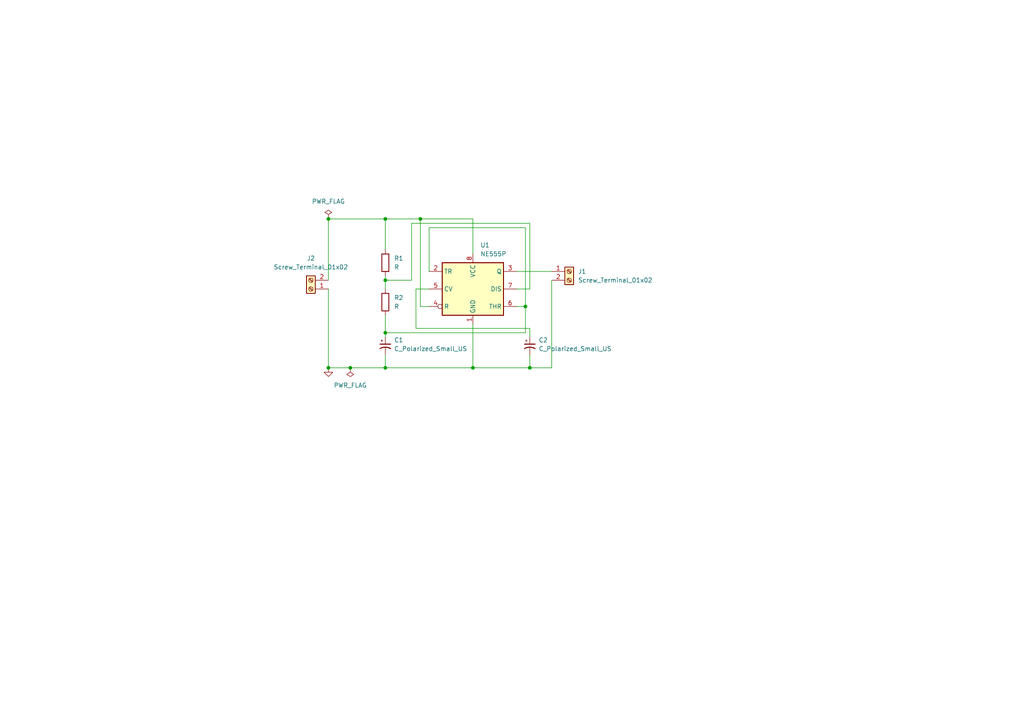
<source format=kicad_sch>
(kicad_sch
	(version 20250114)
	(generator "eeschema")
	(generator_version "9.0")
	(uuid "709390b4-3d8d-4dfa-a2a1-0a52bb017ff2")
	(paper "A4")
	(lib_symbols
		(symbol "Connector:Screw_Terminal_01x02"
			(pin_names
				(offset 1.016)
				(hide yes)
			)
			(exclude_from_sim no)
			(in_bom yes)
			(on_board yes)
			(property "Reference" "J"
				(at 0 2.54 0)
				(effects
					(font
						(size 1.27 1.27)
					)
				)
			)
			(property "Value" "Screw_Terminal_01x02"
				(at 0 -5.08 0)
				(effects
					(font
						(size 1.27 1.27)
					)
				)
			)
			(property "Footprint" ""
				(at 0 0 0)
				(effects
					(font
						(size 1.27 1.27)
					)
					(hide yes)
				)
			)
			(property "Datasheet" "~"
				(at 0 0 0)
				(effects
					(font
						(size 1.27 1.27)
					)
					(hide yes)
				)
			)
			(property "Description" "Generic screw terminal, single row, 01x02, script generated (kicad-library-utils/schlib/autogen/connector/)"
				(at 0 0 0)
				(effects
					(font
						(size 1.27 1.27)
					)
					(hide yes)
				)
			)
			(property "ki_keywords" "screw terminal"
				(at 0 0 0)
				(effects
					(font
						(size 1.27 1.27)
					)
					(hide yes)
				)
			)
			(property "ki_fp_filters" "TerminalBlock*:*"
				(at 0 0 0)
				(effects
					(font
						(size 1.27 1.27)
					)
					(hide yes)
				)
			)
			(symbol "Screw_Terminal_01x02_1_1"
				(rectangle
					(start -1.27 1.27)
					(end 1.27 -3.81)
					(stroke
						(width 0.254)
						(type default)
					)
					(fill
						(type background)
					)
				)
				(polyline
					(pts
						(xy -0.5334 0.3302) (xy 0.3302 -0.508)
					)
					(stroke
						(width 0.1524)
						(type default)
					)
					(fill
						(type none)
					)
				)
				(polyline
					(pts
						(xy -0.5334 -2.2098) (xy 0.3302 -3.048)
					)
					(stroke
						(width 0.1524)
						(type default)
					)
					(fill
						(type none)
					)
				)
				(polyline
					(pts
						(xy -0.3556 0.508) (xy 0.508 -0.3302)
					)
					(stroke
						(width 0.1524)
						(type default)
					)
					(fill
						(type none)
					)
				)
				(polyline
					(pts
						(xy -0.3556 -2.032) (xy 0.508 -2.8702)
					)
					(stroke
						(width 0.1524)
						(type default)
					)
					(fill
						(type none)
					)
				)
				(circle
					(center 0 0)
					(radius 0.635)
					(stroke
						(width 0.1524)
						(type default)
					)
					(fill
						(type none)
					)
				)
				(circle
					(center 0 -2.54)
					(radius 0.635)
					(stroke
						(width 0.1524)
						(type default)
					)
					(fill
						(type none)
					)
				)
				(pin passive line
					(at -5.08 0 0)
					(length 3.81)
					(name "Pin_1"
						(effects
							(font
								(size 1.27 1.27)
							)
						)
					)
					(number "1"
						(effects
							(font
								(size 1.27 1.27)
							)
						)
					)
				)
				(pin passive line
					(at -5.08 -2.54 0)
					(length 3.81)
					(name "Pin_2"
						(effects
							(font
								(size 1.27 1.27)
							)
						)
					)
					(number "2"
						(effects
							(font
								(size 1.27 1.27)
							)
						)
					)
				)
			)
			(embedded_fonts no)
		)
		(symbol "Device:C_Polarized_Small_US"
			(pin_numbers
				(hide yes)
			)
			(pin_names
				(offset 0.254)
				(hide yes)
			)
			(exclude_from_sim no)
			(in_bom yes)
			(on_board yes)
			(property "Reference" "C"
				(at 0.254 1.778 0)
				(effects
					(font
						(size 1.27 1.27)
					)
					(justify left)
				)
			)
			(property "Value" "C_Polarized_Small_US"
				(at 0.254 -2.032 0)
				(effects
					(font
						(size 1.27 1.27)
					)
					(justify left)
				)
			)
			(property "Footprint" ""
				(at 0 0 0)
				(effects
					(font
						(size 1.27 1.27)
					)
					(hide yes)
				)
			)
			(property "Datasheet" "~"
				(at 0 0 0)
				(effects
					(font
						(size 1.27 1.27)
					)
					(hide yes)
				)
			)
			(property "Description" "Polarized capacitor, small US symbol"
				(at 0 0 0)
				(effects
					(font
						(size 1.27 1.27)
					)
					(hide yes)
				)
			)
			(property "ki_keywords" "cap capacitor"
				(at 0 0 0)
				(effects
					(font
						(size 1.27 1.27)
					)
					(hide yes)
				)
			)
			(property "ki_fp_filters" "CP_*"
				(at 0 0 0)
				(effects
					(font
						(size 1.27 1.27)
					)
					(hide yes)
				)
			)
			(symbol "C_Polarized_Small_US_0_1"
				(polyline
					(pts
						(xy -1.524 0.508) (xy 1.524 0.508)
					)
					(stroke
						(width 0.3048)
						(type default)
					)
					(fill
						(type none)
					)
				)
				(polyline
					(pts
						(xy -1.27 1.524) (xy -0.762 1.524)
					)
					(stroke
						(width 0)
						(type default)
					)
					(fill
						(type none)
					)
				)
				(polyline
					(pts
						(xy -1.016 1.27) (xy -1.016 1.778)
					)
					(stroke
						(width 0)
						(type default)
					)
					(fill
						(type none)
					)
				)
				(arc
					(start -1.524 -0.762)
					(mid 0 -0.3734)
					(end 1.524 -0.762)
					(stroke
						(width 0.3048)
						(type default)
					)
					(fill
						(type none)
					)
				)
			)
			(symbol "C_Polarized_Small_US_1_1"
				(pin passive line
					(at 0 2.54 270)
					(length 2.032)
					(name "~"
						(effects
							(font
								(size 1.27 1.27)
							)
						)
					)
					(number "1"
						(effects
							(font
								(size 1.27 1.27)
							)
						)
					)
				)
				(pin passive line
					(at 0 -2.54 90)
					(length 2.032)
					(name "~"
						(effects
							(font
								(size 1.27 1.27)
							)
						)
					)
					(number "2"
						(effects
							(font
								(size 1.27 1.27)
							)
						)
					)
				)
			)
			(embedded_fonts no)
		)
		(symbol "Device:R"
			(pin_numbers
				(hide yes)
			)
			(pin_names
				(offset 0)
			)
			(exclude_from_sim no)
			(in_bom yes)
			(on_board yes)
			(property "Reference" "R"
				(at 2.032 0 90)
				(effects
					(font
						(size 1.27 1.27)
					)
				)
			)
			(property "Value" "R"
				(at 0 0 90)
				(effects
					(font
						(size 1.27 1.27)
					)
				)
			)
			(property "Footprint" ""
				(at -1.778 0 90)
				(effects
					(font
						(size 1.27 1.27)
					)
					(hide yes)
				)
			)
			(property "Datasheet" "~"
				(at 0 0 0)
				(effects
					(font
						(size 1.27 1.27)
					)
					(hide yes)
				)
			)
			(property "Description" "Resistor"
				(at 0 0 0)
				(effects
					(font
						(size 1.27 1.27)
					)
					(hide yes)
				)
			)
			(property "ki_keywords" "R res resistor"
				(at 0 0 0)
				(effects
					(font
						(size 1.27 1.27)
					)
					(hide yes)
				)
			)
			(property "ki_fp_filters" "R_*"
				(at 0 0 0)
				(effects
					(font
						(size 1.27 1.27)
					)
					(hide yes)
				)
			)
			(symbol "R_0_1"
				(rectangle
					(start -1.016 -2.54)
					(end 1.016 2.54)
					(stroke
						(width 0.254)
						(type default)
					)
					(fill
						(type none)
					)
				)
			)
			(symbol "R_1_1"
				(pin passive line
					(at 0 3.81 270)
					(length 1.27)
					(name "~"
						(effects
							(font
								(size 1.27 1.27)
							)
						)
					)
					(number "1"
						(effects
							(font
								(size 1.27 1.27)
							)
						)
					)
				)
				(pin passive line
					(at 0 -3.81 90)
					(length 1.27)
					(name "~"
						(effects
							(font
								(size 1.27 1.27)
							)
						)
					)
					(number "2"
						(effects
							(font
								(size 1.27 1.27)
							)
						)
					)
				)
			)
			(embedded_fonts no)
		)
		(symbol "Timer:NE555P"
			(exclude_from_sim no)
			(in_bom yes)
			(on_board yes)
			(property "Reference" "U"
				(at -10.16 8.89 0)
				(effects
					(font
						(size 1.27 1.27)
					)
					(justify left)
				)
			)
			(property "Value" "NE555P"
				(at 2.54 8.89 0)
				(effects
					(font
						(size 1.27 1.27)
					)
					(justify left)
				)
			)
			(property "Footprint" "Package_DIP:DIP-8_W7.62mm"
				(at 16.51 -10.16 0)
				(effects
					(font
						(size 1.27 1.27)
					)
					(hide yes)
				)
			)
			(property "Datasheet" "http://www.ti.com/lit/ds/symlink/ne555.pdf"
				(at 21.59 -10.16 0)
				(effects
					(font
						(size 1.27 1.27)
					)
					(hide yes)
				)
			)
			(property "Description" "Precision Timers, 555 compatible,  PDIP-8"
				(at 0 0 0)
				(effects
					(font
						(size 1.27 1.27)
					)
					(hide yes)
				)
			)
			(property "ki_keywords" "single timer 555"
				(at 0 0 0)
				(effects
					(font
						(size 1.27 1.27)
					)
					(hide yes)
				)
			)
			(property "ki_fp_filters" "DIP*W7.62mm*"
				(at 0 0 0)
				(effects
					(font
						(size 1.27 1.27)
					)
					(hide yes)
				)
			)
			(symbol "NE555P_0_0"
				(pin power_in line
					(at 0 10.16 270)
					(length 2.54)
					(name "VCC"
						(effects
							(font
								(size 1.27 1.27)
							)
						)
					)
					(number "8"
						(effects
							(font
								(size 1.27 1.27)
							)
						)
					)
				)
				(pin power_in line
					(at 0 -10.16 90)
					(length 2.54)
					(name "GND"
						(effects
							(font
								(size 1.27 1.27)
							)
						)
					)
					(number "1"
						(effects
							(font
								(size 1.27 1.27)
							)
						)
					)
				)
			)
			(symbol "NE555P_0_1"
				(rectangle
					(start -8.89 -7.62)
					(end 8.89 7.62)
					(stroke
						(width 0.254)
						(type default)
					)
					(fill
						(type background)
					)
				)
				(rectangle
					(start -8.89 -7.62)
					(end 8.89 7.62)
					(stroke
						(width 0.254)
						(type default)
					)
					(fill
						(type background)
					)
				)
			)
			(symbol "NE555P_1_1"
				(pin input line
					(at -12.7 5.08 0)
					(length 3.81)
					(name "TR"
						(effects
							(font
								(size 1.27 1.27)
							)
						)
					)
					(number "2"
						(effects
							(font
								(size 1.27 1.27)
							)
						)
					)
				)
				(pin input line
					(at -12.7 0 0)
					(length 3.81)
					(name "CV"
						(effects
							(font
								(size 1.27 1.27)
							)
						)
					)
					(number "5"
						(effects
							(font
								(size 1.27 1.27)
							)
						)
					)
				)
				(pin input inverted
					(at -12.7 -5.08 0)
					(length 3.81)
					(name "R"
						(effects
							(font
								(size 1.27 1.27)
							)
						)
					)
					(number "4"
						(effects
							(font
								(size 1.27 1.27)
							)
						)
					)
				)
				(pin output line
					(at 12.7 5.08 180)
					(length 3.81)
					(name "Q"
						(effects
							(font
								(size 1.27 1.27)
							)
						)
					)
					(number "3"
						(effects
							(font
								(size 1.27 1.27)
							)
						)
					)
				)
				(pin input line
					(at 12.7 0 180)
					(length 3.81)
					(name "DIS"
						(effects
							(font
								(size 1.27 1.27)
							)
						)
					)
					(number "7"
						(effects
							(font
								(size 1.27 1.27)
							)
						)
					)
				)
				(pin input line
					(at 12.7 -5.08 180)
					(length 3.81)
					(name "THR"
						(effects
							(font
								(size 1.27 1.27)
							)
						)
					)
					(number "6"
						(effects
							(font
								(size 1.27 1.27)
							)
						)
					)
				)
			)
			(embedded_fonts no)
		)
		(symbol "power:GND"
			(power)
			(pin_numbers
				(hide yes)
			)
			(pin_names
				(offset 0)
				(hide yes)
			)
			(exclude_from_sim no)
			(in_bom yes)
			(on_board yes)
			(property "Reference" "#PWR"
				(at 0 -6.35 0)
				(effects
					(font
						(size 1.27 1.27)
					)
					(hide yes)
				)
			)
			(property "Value" "GND"
				(at 0 -3.81 0)
				(effects
					(font
						(size 1.27 1.27)
					)
				)
			)
			(property "Footprint" ""
				(at 0 0 0)
				(effects
					(font
						(size 1.27 1.27)
					)
					(hide yes)
				)
			)
			(property "Datasheet" ""
				(at 0 0 0)
				(effects
					(font
						(size 1.27 1.27)
					)
					(hide yes)
				)
			)
			(property "Description" "Power symbol creates a global label with name \"GND\" , ground"
				(at 0 0 0)
				(effects
					(font
						(size 1.27 1.27)
					)
					(hide yes)
				)
			)
			(property "ki_keywords" "global power"
				(at 0 0 0)
				(effects
					(font
						(size 1.27 1.27)
					)
					(hide yes)
				)
			)
			(symbol "GND_0_1"
				(polyline
					(pts
						(xy 0 0) (xy 0 -1.27) (xy 1.27 -1.27) (xy 0 -2.54) (xy -1.27 -1.27) (xy 0 -1.27)
					)
					(stroke
						(width 0)
						(type default)
					)
					(fill
						(type none)
					)
				)
			)
			(symbol "GND_1_1"
				(pin power_in line
					(at 0 0 270)
					(length 0)
					(name "~"
						(effects
							(font
								(size 1.27 1.27)
							)
						)
					)
					(number "1"
						(effects
							(font
								(size 1.27 1.27)
							)
						)
					)
				)
			)
			(embedded_fonts no)
		)
		(symbol "power:PWR_FLAG"
			(power)
			(pin_numbers
				(hide yes)
			)
			(pin_names
				(offset 0)
				(hide yes)
			)
			(exclude_from_sim no)
			(in_bom yes)
			(on_board yes)
			(property "Reference" "#FLG"
				(at 0 1.905 0)
				(effects
					(font
						(size 1.27 1.27)
					)
					(hide yes)
				)
			)
			(property "Value" "PWR_FLAG"
				(at 0 3.81 0)
				(effects
					(font
						(size 1.27 1.27)
					)
				)
			)
			(property "Footprint" ""
				(at 0 0 0)
				(effects
					(font
						(size 1.27 1.27)
					)
					(hide yes)
				)
			)
			(property "Datasheet" "~"
				(at 0 0 0)
				(effects
					(font
						(size 1.27 1.27)
					)
					(hide yes)
				)
			)
			(property "Description" "Special symbol for telling ERC where power comes from"
				(at 0 0 0)
				(effects
					(font
						(size 1.27 1.27)
					)
					(hide yes)
				)
			)
			(property "ki_keywords" "flag power"
				(at 0 0 0)
				(effects
					(font
						(size 1.27 1.27)
					)
					(hide yes)
				)
			)
			(symbol "PWR_FLAG_0_0"
				(pin power_out line
					(at 0 0 90)
					(length 0)
					(name "~"
						(effects
							(font
								(size 1.27 1.27)
							)
						)
					)
					(number "1"
						(effects
							(font
								(size 1.27 1.27)
							)
						)
					)
				)
			)
			(symbol "PWR_FLAG_0_1"
				(polyline
					(pts
						(xy 0 0) (xy 0 1.27) (xy -1.016 1.905) (xy 0 2.54) (xy 1.016 1.905) (xy 0 1.27)
					)
					(stroke
						(width 0)
						(type default)
					)
					(fill
						(type none)
					)
				)
			)
			(embedded_fonts no)
		)
	)
	(junction
		(at 153.67 106.68)
		(diameter 0)
		(color 0 0 0 0)
		(uuid "0e2a30bb-e28f-40c1-8c97-43e269a1d8cc")
	)
	(junction
		(at 137.16 106.68)
		(diameter 0)
		(color 0 0 0 0)
		(uuid "41894e1e-1515-440a-9a25-30c4d0551eb4")
	)
	(junction
		(at 95.25 63.5)
		(diameter 0)
		(color 0 0 0 0)
		(uuid "459e451b-c03b-477b-9f81-c9c9d4578aa6")
	)
	(junction
		(at 152.4 88.9)
		(diameter 0)
		(color 0 0 0 0)
		(uuid "5c957120-c5fe-4d82-971e-4b31ca9a33ae")
	)
	(junction
		(at 101.6 106.68)
		(diameter 0)
		(color 0 0 0 0)
		(uuid "7f017c88-3f30-49a2-8edf-5673a2ae8177")
	)
	(junction
		(at 95.25 106.68)
		(diameter 0)
		(color 0 0 0 0)
		(uuid "88b95276-c613-4297-a06d-09e452819e57")
	)
	(junction
		(at 111.76 63.5)
		(diameter 0)
		(color 0 0 0 0)
		(uuid "96a5ea07-ad77-48f5-8135-98b2305c5f90")
	)
	(junction
		(at 121.92 63.5)
		(diameter 0)
		(color 0 0 0 0)
		(uuid "bb96b52b-48b0-4b6a-b3f0-6cb3c2af0d72")
	)
	(junction
		(at 111.76 106.68)
		(diameter 0)
		(color 0 0 0 0)
		(uuid "c6e7c056-4895-45a2-9c15-d520fb867160")
	)
	(junction
		(at 111.76 96.52)
		(diameter 0)
		(color 0 0 0 0)
		(uuid "d2165300-fe37-4f9a-92df-9a90279043cd")
	)
	(junction
		(at 111.76 81.28)
		(diameter 0)
		(color 0 0 0 0)
		(uuid "e4336bba-4479-430b-a20a-11574c0e8fc6")
	)
	(wire
		(pts
			(xy 120.65 83.82) (xy 124.46 83.82)
		)
		(stroke
			(width 0)
			(type default)
		)
		(uuid "0552e837-f740-4884-996d-b4fe8d6a611a")
	)
	(wire
		(pts
			(xy 149.86 78.74) (xy 160.02 78.74)
		)
		(stroke
			(width 0)
			(type default)
		)
		(uuid "09ba63b3-6064-4f0a-b7e2-c2bdc161f046")
	)
	(wire
		(pts
			(xy 119.38 81.28) (xy 119.38 64.77)
		)
		(stroke
			(width 0)
			(type default)
		)
		(uuid "0c4a6b86-151c-4e43-950f-c2c8aac0a99c")
	)
	(wire
		(pts
			(xy 152.4 66.04) (xy 152.4 88.9)
		)
		(stroke
			(width 0)
			(type default)
		)
		(uuid "0dcb72a4-13ed-4f7e-90c5-5b201590dc7e")
	)
	(wire
		(pts
			(xy 137.16 106.68) (xy 153.67 106.68)
		)
		(stroke
			(width 0)
			(type default)
		)
		(uuid "103c3b62-c6d4-4aae-82ce-2f581a5d0ba5")
	)
	(wire
		(pts
			(xy 152.4 88.9) (xy 149.86 88.9)
		)
		(stroke
			(width 0)
			(type default)
		)
		(uuid "13a3c3e0-0742-49ff-8390-55b8bf2307b8")
	)
	(wire
		(pts
			(xy 111.76 63.5) (xy 121.92 63.5)
		)
		(stroke
			(width 0)
			(type default)
		)
		(uuid "1453a518-9047-4653-aed6-0c0e86e74410")
	)
	(wire
		(pts
			(xy 153.67 95.25) (xy 153.67 97.79)
		)
		(stroke
			(width 0)
			(type default)
		)
		(uuid "1c3f1532-8002-452f-90b4-19b046388ca3")
	)
	(wire
		(pts
			(xy 95.25 83.82) (xy 95.25 106.68)
		)
		(stroke
			(width 0)
			(type default)
		)
		(uuid "25d20541-7ca3-437f-b659-46ed287be908")
	)
	(wire
		(pts
			(xy 160.02 81.28) (xy 160.02 106.68)
		)
		(stroke
			(width 0)
			(type default)
		)
		(uuid "29d3ee13-0695-4f78-9a1b-a60285a6a708")
	)
	(wire
		(pts
			(xy 111.76 96.52) (xy 111.76 97.79)
		)
		(stroke
			(width 0)
			(type default)
		)
		(uuid "2f7e26c1-3a19-4b3d-bc97-7ba903134210")
	)
	(wire
		(pts
			(xy 101.6 106.68) (xy 111.76 106.68)
		)
		(stroke
			(width 0)
			(type default)
		)
		(uuid "3a2eaaac-abf8-44ae-a530-2692be6eabf2")
	)
	(wire
		(pts
			(xy 137.16 93.98) (xy 137.16 106.68)
		)
		(stroke
			(width 0)
			(type default)
		)
		(uuid "3ae97d5c-9fcf-401b-b639-4b1b905c0fa6")
	)
	(wire
		(pts
			(xy 111.76 72.39) (xy 111.76 63.5)
		)
		(stroke
			(width 0)
			(type default)
		)
		(uuid "51e70f29-7e90-45dc-bfe5-7d32e18d0e55")
	)
	(wire
		(pts
			(xy 95.25 63.5) (xy 95.25 81.28)
		)
		(stroke
			(width 0)
			(type default)
		)
		(uuid "5472109b-c4ae-42aa-9fab-1ddadb7135f7")
	)
	(wire
		(pts
			(xy 153.67 102.87) (xy 153.67 106.68)
		)
		(stroke
			(width 0)
			(type default)
		)
		(uuid "64e16621-f340-48c4-9d77-1da780feec38")
	)
	(wire
		(pts
			(xy 137.16 63.5) (xy 137.16 73.66)
		)
		(stroke
			(width 0)
			(type default)
		)
		(uuid "65eb968c-eea3-46ea-9beb-df31a108288f")
	)
	(wire
		(pts
			(xy 121.92 63.5) (xy 137.16 63.5)
		)
		(stroke
			(width 0)
			(type default)
		)
		(uuid "67463da1-5760-4992-9ff7-663441c63227")
	)
	(wire
		(pts
			(xy 120.65 95.25) (xy 120.65 83.82)
		)
		(stroke
			(width 0)
			(type default)
		)
		(uuid "69358ab4-df44-4615-aded-c5539620466c")
	)
	(wire
		(pts
			(xy 153.67 83.82) (xy 149.86 83.82)
		)
		(stroke
			(width 0)
			(type default)
		)
		(uuid "6c335bd4-a9f3-41c4-b7f2-a776655ec82d")
	)
	(wire
		(pts
			(xy 111.76 80.01) (xy 111.76 81.28)
		)
		(stroke
			(width 0)
			(type default)
		)
		(uuid "6f2e0ad1-e823-4715-9fd9-5294e69d315c")
	)
	(wire
		(pts
			(xy 111.76 81.28) (xy 119.38 81.28)
		)
		(stroke
			(width 0)
			(type default)
		)
		(uuid "705a0794-0cb1-4673-ad60-df0d3674c875")
	)
	(wire
		(pts
			(xy 124.46 88.9) (xy 121.92 88.9)
		)
		(stroke
			(width 0)
			(type default)
		)
		(uuid "7b191a8c-b70d-4617-a74d-e2dbc580adb2")
	)
	(wire
		(pts
			(xy 111.76 106.68) (xy 137.16 106.68)
		)
		(stroke
			(width 0)
			(type default)
		)
		(uuid "830436c1-1a0f-4d87-a13d-a4bf51b131ea")
	)
	(wire
		(pts
			(xy 152.4 88.9) (xy 152.4 96.52)
		)
		(stroke
			(width 0)
			(type default)
		)
		(uuid "852e7af1-313e-420e-9bb8-ab104f98a45f")
	)
	(wire
		(pts
			(xy 124.46 78.74) (xy 124.46 66.04)
		)
		(stroke
			(width 0)
			(type default)
		)
		(uuid "91fef344-3d37-458c-beda-e55a31ff67db")
	)
	(wire
		(pts
			(xy 153.67 106.68) (xy 160.02 106.68)
		)
		(stroke
			(width 0)
			(type default)
		)
		(uuid "bf6b585b-cb51-4cce-a26f-e198c6bd377a")
	)
	(wire
		(pts
			(xy 119.38 64.77) (xy 153.67 64.77)
		)
		(stroke
			(width 0)
			(type default)
		)
		(uuid "c3abc91c-1974-4451-bcbe-76db3c9d8470")
	)
	(wire
		(pts
			(xy 120.65 95.25) (xy 153.67 95.25)
		)
		(stroke
			(width 0)
			(type default)
		)
		(uuid "c8b29d8e-5efe-40d1-9d71-21a74a4c10a3")
	)
	(wire
		(pts
			(xy 95.25 63.5) (xy 111.76 63.5)
		)
		(stroke
			(width 0)
			(type default)
		)
		(uuid "cfd47654-e40f-40e2-b1ad-a0b6a9655bb5")
	)
	(wire
		(pts
			(xy 111.76 96.52) (xy 152.4 96.52)
		)
		(stroke
			(width 0)
			(type default)
		)
		(uuid "da1f8e27-8b9a-4092-9898-15f82eda1865")
	)
	(wire
		(pts
			(xy 111.76 81.28) (xy 111.76 83.82)
		)
		(stroke
			(width 0)
			(type default)
		)
		(uuid "ddf541ba-8249-4971-b316-5e754028459d")
	)
	(wire
		(pts
			(xy 111.76 102.87) (xy 111.76 106.68)
		)
		(stroke
			(width 0)
			(type default)
		)
		(uuid "e387fae1-9815-4fdb-9112-796f9aa85682")
	)
	(wire
		(pts
			(xy 95.25 106.68) (xy 101.6 106.68)
		)
		(stroke
			(width 0)
			(type default)
		)
		(uuid "e5de54d7-2dcc-4487-9313-ddc2f3c34db4")
	)
	(wire
		(pts
			(xy 124.46 66.04) (xy 152.4 66.04)
		)
		(stroke
			(width 0)
			(type default)
		)
		(uuid "e8f0ebdf-9b0e-46df-b6dd-12666b95ad32")
	)
	(wire
		(pts
			(xy 111.76 91.44) (xy 111.76 96.52)
		)
		(stroke
			(width 0)
			(type default)
		)
		(uuid "ed61309a-e0f3-4229-be0e-a40e4992f365")
	)
	(wire
		(pts
			(xy 153.67 64.77) (xy 153.67 83.82)
		)
		(stroke
			(width 0)
			(type default)
		)
		(uuid "f14a8283-ac44-4227-affd-c79b292c9d9f")
	)
	(wire
		(pts
			(xy 121.92 63.5) (xy 121.92 88.9)
		)
		(stroke
			(width 0)
			(type default)
		)
		(uuid "f671b4c7-554d-4a1b-a3f3-1eec95051c73")
	)
	(symbol
		(lib_id "Connector:Screw_Terminal_01x02")
		(at 165.1 78.74 0)
		(unit 1)
		(exclude_from_sim no)
		(in_bom yes)
		(on_board yes)
		(dnp no)
		(fields_autoplaced yes)
		(uuid "091c956b-61a2-46df-9220-15dd4fb2cf22")
		(property "Reference" "J1"
			(at 167.64 78.7399 0)
			(effects
				(font
					(size 1.27 1.27)
				)
				(justify left)
			)
		)
		(property "Value" "Screw_Terminal_01x02"
			(at 167.64 81.2799 0)
			(effects
				(font
					(size 1.27 1.27)
				)
				(justify left)
			)
		)
		(property "Footprint" "TerminalBlock_4Ucon:TerminalBlock_4Ucon_1x02_P3.50mm_Horizontal"
			(at 165.1 78.74 0)
			(effects
				(font
					(size 1.27 1.27)
				)
				(hide yes)
			)
		)
		(property "Datasheet" "~"
			(at 165.1 78.74 0)
			(effects
				(font
					(size 1.27 1.27)
				)
				(hide yes)
			)
		)
		(property "Description" "Generic screw terminal, single row, 01x02, script generated (kicad-library-utils/schlib/autogen/connector/)"
			(at 165.1 78.74 0)
			(effects
				(font
					(size 1.27 1.27)
				)
				(hide yes)
			)
		)
		(pin "1"
			(uuid "bea5533a-b67a-45d4-b056-6d9a8488d421")
		)
		(pin "2"
			(uuid "cf15487f-ce46-4c38-adf2-75bf4a0aaa61")
		)
		(instances
			(project ""
				(path "/709390b4-3d8d-4dfa-a2a1-0a52bb017ff2"
					(reference "J1")
					(unit 1)
				)
			)
		)
	)
	(symbol
		(lib_id "Device:R")
		(at 111.76 76.2 0)
		(unit 1)
		(exclude_from_sim no)
		(in_bom yes)
		(on_board yes)
		(dnp no)
		(fields_autoplaced yes)
		(uuid "18eb8b70-d6f8-4ac6-82cc-d0ccf8fd30f4")
		(property "Reference" "R1"
			(at 114.3 74.9299 0)
			(effects
				(font
					(size 1.27 1.27)
				)
				(justify left)
			)
		)
		(property "Value" "R"
			(at 114.3 77.4699 0)
			(effects
				(font
					(size 1.27 1.27)
				)
				(justify left)
			)
		)
		(property "Footprint" "Resistor_THT:R_Axial_DIN0207_L6.3mm_D2.5mm_P7.62mm_Horizontal"
			(at 109.982 76.2 90)
			(effects
				(font
					(size 1.27 1.27)
				)
				(hide yes)
			)
		)
		(property "Datasheet" "~"
			(at 111.76 76.2 0)
			(effects
				(font
					(size 1.27 1.27)
				)
				(hide yes)
			)
		)
		(property "Description" "Resistor"
			(at 111.76 76.2 0)
			(effects
				(font
					(size 1.27 1.27)
				)
				(hide yes)
			)
		)
		(pin "1"
			(uuid "cb0af686-75d3-4639-b3d9-7c782823e24d")
		)
		(pin "2"
			(uuid "aa878d15-1476-4dc5-86f9-9e47f0e8ba15")
		)
		(instances
			(project ""
				(path "/709390b4-3d8d-4dfa-a2a1-0a52bb017ff2"
					(reference "R1")
					(unit 1)
				)
			)
		)
	)
	(symbol
		(lib_id "power:PWR_FLAG")
		(at 95.25 63.5 0)
		(unit 1)
		(exclude_from_sim no)
		(in_bom yes)
		(on_board yes)
		(dnp no)
		(fields_autoplaced yes)
		(uuid "2b58f628-f3cc-4dd7-a7bb-ad025cf7b183")
		(property "Reference" "#FLG01"
			(at 95.25 61.595 0)
			(effects
				(font
					(size 1.27 1.27)
				)
				(hide yes)
			)
		)
		(property "Value" "PWR_FLAG"
			(at 95.25 58.42 0)
			(effects
				(font
					(size 1.27 1.27)
				)
			)
		)
		(property "Footprint" ""
			(at 95.25 63.5 0)
			(effects
				(font
					(size 1.27 1.27)
				)
				(hide yes)
			)
		)
		(property "Datasheet" "~"
			(at 95.25 63.5 0)
			(effects
				(font
					(size 1.27 1.27)
				)
				(hide yes)
			)
		)
		(property "Description" "Special symbol for telling ERC where power comes from"
			(at 95.25 63.5 0)
			(effects
				(font
					(size 1.27 1.27)
				)
				(hide yes)
			)
		)
		(pin "1"
			(uuid "210d9188-5411-4d51-a185-658c1fb2db88")
		)
		(instances
			(project ""
				(path "/709390b4-3d8d-4dfa-a2a1-0a52bb017ff2"
					(reference "#FLG01")
					(unit 1)
				)
			)
		)
	)
	(symbol
		(lib_id "Device:R")
		(at 111.76 87.63 0)
		(unit 1)
		(exclude_from_sim no)
		(in_bom yes)
		(on_board yes)
		(dnp no)
		(fields_autoplaced yes)
		(uuid "2f389e44-acba-42aa-beb6-a8293fe9ace2")
		(property "Reference" "R2"
			(at 114.3 86.3599 0)
			(effects
				(font
					(size 1.27 1.27)
				)
				(justify left)
			)
		)
		(property "Value" "R"
			(at 114.3 88.8999 0)
			(effects
				(font
					(size 1.27 1.27)
				)
				(justify left)
			)
		)
		(property "Footprint" "Resistor_THT:R_Axial_DIN0207_L6.3mm_D2.5mm_P7.62mm_Horizontal"
			(at 109.982 87.63 90)
			(effects
				(font
					(size 1.27 1.27)
				)
				(hide yes)
			)
		)
		(property "Datasheet" "~"
			(at 111.76 87.63 0)
			(effects
				(font
					(size 1.27 1.27)
				)
				(hide yes)
			)
		)
		(property "Description" "Resistor"
			(at 111.76 87.63 0)
			(effects
				(font
					(size 1.27 1.27)
				)
				(hide yes)
			)
		)
		(pin "1"
			(uuid "cb0af686-75d3-4639-b3d9-7c782823e24d")
		)
		(pin "2"
			(uuid "aa878d15-1476-4dc5-86f9-9e47f0e8ba15")
		)
		(instances
			(project ""
				(path "/709390b4-3d8d-4dfa-a2a1-0a52bb017ff2"
					(reference "R2")
					(unit 1)
				)
			)
		)
	)
	(symbol
		(lib_id "Device:C_Polarized_Small_US")
		(at 153.67 100.33 0)
		(unit 1)
		(exclude_from_sim no)
		(in_bom yes)
		(on_board yes)
		(dnp no)
		(fields_autoplaced yes)
		(uuid "35e1abfb-59bd-4087-8d75-ddfeb0811ca0")
		(property "Reference" "C2"
			(at 156.21 98.6281 0)
			(effects
				(font
					(size 1.27 1.27)
				)
				(justify left)
			)
		)
		(property "Value" "C_Polarized_Small_US"
			(at 156.21 101.1681 0)
			(effects
				(font
					(size 1.27 1.27)
				)
				(justify left)
			)
		)
		(property "Footprint" "Capacitor_THT:CP_Radial_D5.0mm_P2.00mm"
			(at 153.67 100.33 0)
			(effects
				(font
					(size 1.27 1.27)
				)
				(hide yes)
			)
		)
		(property "Datasheet" "~"
			(at 153.67 100.33 0)
			(effects
				(font
					(size 1.27 1.27)
				)
				(hide yes)
			)
		)
		(property "Description" "Polarized capacitor, small US symbol"
			(at 153.67 100.33 0)
			(effects
				(font
					(size 1.27 1.27)
				)
				(hide yes)
			)
		)
		(pin "2"
			(uuid "c039bd79-3bda-4053-b227-f8721372c5aa")
		)
		(pin "1"
			(uuid "06fab1fa-cacc-417b-af6b-e1078d7b2c05")
		)
		(instances
			(project ""
				(path "/709390b4-3d8d-4dfa-a2a1-0a52bb017ff2"
					(reference "C2")
					(unit 1)
				)
			)
		)
	)
	(symbol
		(lib_id "Connector:Screw_Terminal_01x02")
		(at 90.17 83.82 180)
		(unit 1)
		(exclude_from_sim no)
		(in_bom yes)
		(on_board yes)
		(dnp no)
		(fields_autoplaced yes)
		(uuid "45d59f23-8ab4-4082-8698-b3b87617f9bf")
		(property "Reference" "J2"
			(at 90.17 74.93 0)
			(effects
				(font
					(size 1.27 1.27)
				)
			)
		)
		(property "Value" "Screw_Terminal_01x02"
			(at 90.17 77.47 0)
			(effects
				(font
					(size 1.27 1.27)
				)
			)
		)
		(property "Footprint" "TerminalBlock_4Ucon:TerminalBlock_4Ucon_1x02_P3.50mm_Horizontal"
			(at 90.17 83.82 0)
			(effects
				(font
					(size 1.27 1.27)
				)
				(hide yes)
			)
		)
		(property "Datasheet" "~"
			(at 90.17 83.82 0)
			(effects
				(font
					(size 1.27 1.27)
				)
				(hide yes)
			)
		)
		(property "Description" "Generic screw terminal, single row, 01x02, script generated (kicad-library-utils/schlib/autogen/connector/)"
			(at 90.17 83.82 0)
			(effects
				(font
					(size 1.27 1.27)
				)
				(hide yes)
			)
		)
		(pin "1"
			(uuid "bea5533a-b67a-45d4-b056-6d9a8488d421")
		)
		(pin "2"
			(uuid "cf15487f-ce46-4c38-adf2-75bf4a0aaa61")
		)
		(instances
			(project ""
				(path "/709390b4-3d8d-4dfa-a2a1-0a52bb017ff2"
					(reference "J2")
					(unit 1)
				)
			)
		)
	)
	(symbol
		(lib_id "Timer:NE555P")
		(at 137.16 83.82 0)
		(unit 1)
		(exclude_from_sim no)
		(in_bom yes)
		(on_board yes)
		(dnp no)
		(fields_autoplaced yes)
		(uuid "62e5434f-e08d-4c43-9727-df45e7d2f0c7")
		(property "Reference" "U1"
			(at 139.3033 71.12 0)
			(effects
				(font
					(size 1.27 1.27)
				)
				(justify left)
			)
		)
		(property "Value" "NE555P"
			(at 139.3033 73.66 0)
			(effects
				(font
					(size 1.27 1.27)
				)
				(justify left)
			)
		)
		(property "Footprint" "Package_DIP:DIP-8_W7.62mm"
			(at 153.67 93.98 0)
			(effects
				(font
					(size 1.27 1.27)
				)
				(hide yes)
			)
		)
		(property "Datasheet" "http://www.ti.com/lit/ds/symlink/ne555.pdf"
			(at 158.75 93.98 0)
			(effects
				(font
					(size 1.27 1.27)
				)
				(hide yes)
			)
		)
		(property "Description" "Precision Timers, 555 compatible,  PDIP-8"
			(at 137.16 83.82 0)
			(effects
				(font
					(size 1.27 1.27)
				)
				(hide yes)
			)
		)
		(pin "8"
			(uuid "d059db93-f85b-4a76-b3eb-7f11326f72c2")
		)
		(pin "1"
			(uuid "6fb392a4-16b5-4fc8-ae3e-b97afcb373de")
		)
		(pin "5"
			(uuid "b54c312c-b7c2-4964-b0bb-37094062f90f")
		)
		(pin "4"
			(uuid "9942038e-3f21-4572-bf9a-e2c9ae387277")
		)
		(pin "6"
			(uuid "efe69e65-9ac2-4b90-bb82-0516571af35f")
		)
		(pin "7"
			(uuid "7c1a81ca-ffee-4c43-bf84-8fc6b003bcb0")
		)
		(pin "3"
			(uuid "bcdd58b9-7fbf-4aab-91fe-4a65636e57ea")
		)
		(pin "2"
			(uuid "51650a7c-36e6-482f-969c-ae5f9e54b02b")
		)
		(instances
			(project ""
				(path "/709390b4-3d8d-4dfa-a2a1-0a52bb017ff2"
					(reference "U1")
					(unit 1)
				)
			)
		)
	)
	(symbol
		(lib_id "power:GND")
		(at 95.25 106.68 0)
		(unit 1)
		(exclude_from_sim no)
		(in_bom yes)
		(on_board yes)
		(dnp no)
		(fields_autoplaced yes)
		(uuid "77869821-f1b5-461a-8b3c-538fa31934c3")
		(property "Reference" "#PWR01"
			(at 95.25 113.03 0)
			(effects
				(font
					(size 1.27 1.27)
				)
				(hide yes)
			)
		)
		(property "Value" "GND"
			(at 95.25 111.76 0)
			(effects
				(font
					(size 1.27 1.27)
				)
				(hide yes)
			)
		)
		(property "Footprint" ""
			(at 95.25 106.68 0)
			(effects
				(font
					(size 1.27 1.27)
				)
				(hide yes)
			)
		)
		(property "Datasheet" ""
			(at 95.25 106.68 0)
			(effects
				(font
					(size 1.27 1.27)
				)
				(hide yes)
			)
		)
		(property "Description" "Power symbol creates a global label with name \"GND\" , ground"
			(at 95.25 106.68 0)
			(effects
				(font
					(size 1.27 1.27)
				)
				(hide yes)
			)
		)
		(pin "1"
			(uuid "d0be1221-9256-4aa2-b5fc-187358275341")
		)
		(instances
			(project ""
				(path "/709390b4-3d8d-4dfa-a2a1-0a52bb017ff2"
					(reference "#PWR01")
					(unit 1)
				)
			)
		)
	)
	(symbol
		(lib_id "power:PWR_FLAG")
		(at 101.6 106.68 180)
		(unit 1)
		(exclude_from_sim no)
		(in_bom yes)
		(on_board yes)
		(dnp no)
		(fields_autoplaced yes)
		(uuid "957ea9a3-115d-4949-acb8-f33ffecbe75c")
		(property "Reference" "#FLG02"
			(at 101.6 108.585 0)
			(effects
				(font
					(size 1.27 1.27)
				)
				(hide yes)
			)
		)
		(property "Value" "PWR_FLAG"
			(at 101.6 111.76 0)
			(effects
				(font
					(size 1.27 1.27)
				)
			)
		)
		(property "Footprint" ""
			(at 101.6 106.68 0)
			(effects
				(font
					(size 1.27 1.27)
				)
				(hide yes)
			)
		)
		(property "Datasheet" "~"
			(at 101.6 106.68 0)
			(effects
				(font
					(size 1.27 1.27)
				)
				(hide yes)
			)
		)
		(property "Description" "Special symbol for telling ERC where power comes from"
			(at 101.6 106.68 0)
			(effects
				(font
					(size 1.27 1.27)
				)
				(hide yes)
			)
		)
		(pin "1"
			(uuid "d5910055-fd07-471b-a586-219936b30ec4")
		)
		(instances
			(project ""
				(path "/709390b4-3d8d-4dfa-a2a1-0a52bb017ff2"
					(reference "#FLG02")
					(unit 1)
				)
			)
		)
	)
	(symbol
		(lib_id "Device:C_Polarized_Small_US")
		(at 111.76 100.33 0)
		(unit 1)
		(exclude_from_sim no)
		(in_bom yes)
		(on_board yes)
		(dnp no)
		(fields_autoplaced yes)
		(uuid "ce4ec6ff-d8a3-49ea-b46a-442f17fb0d5c")
		(property "Reference" "C1"
			(at 114.3 98.6281 0)
			(effects
				(font
					(size 1.27 1.27)
				)
				(justify left)
			)
		)
		(property "Value" "C_Polarized_Small_US"
			(at 114.3 101.1681 0)
			(effects
				(font
					(size 1.27 1.27)
				)
				(justify left)
			)
		)
		(property "Footprint" "Capacitor_THT:CP_Radial_D5.0mm_P2.00mm"
			(at 111.76 100.33 0)
			(effects
				(font
					(size 1.27 1.27)
				)
				(hide yes)
			)
		)
		(property "Datasheet" "~"
			(at 111.76 100.33 0)
			(effects
				(font
					(size 1.27 1.27)
				)
				(hide yes)
			)
		)
		(property "Description" "Polarized capacitor, small US symbol"
			(at 111.76 100.33 0)
			(effects
				(font
					(size 1.27 1.27)
				)
				(hide yes)
			)
		)
		(pin "2"
			(uuid "c039bd79-3bda-4053-b227-f8721372c5aa")
		)
		(pin "1"
			(uuid "06fab1fa-cacc-417b-af6b-e1078d7b2c05")
		)
		(instances
			(project ""
				(path "/709390b4-3d8d-4dfa-a2a1-0a52bb017ff2"
					(reference "C1")
					(unit 1)
				)
			)
		)
	)
	(sheet_instances
		(path "/"
			(page "1")
		)
	)
	(embedded_fonts no)
)

</source>
